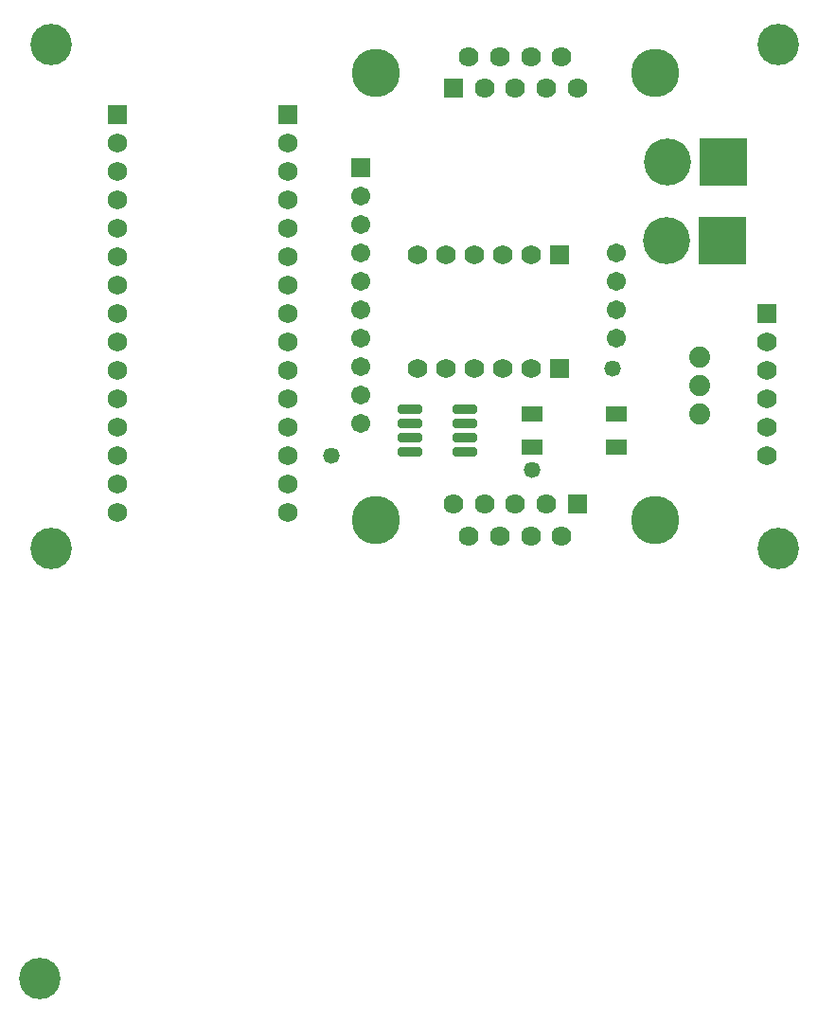
<source format=gts>
G04*
G04 #@! TF.GenerationSoftware,Altium Limited,Altium Designer,22.8.2 (66)*
G04*
G04 Layer_Color=8388736*
%FSLAX42Y42*%
%MOMM*%
G71*
G04*
G04 #@! TF.SameCoordinates,4D0E1578-71B7-4E3A-80EC-8B728BAD2CF4*
G04*
G04*
G04 #@! TF.FilePolarity,Negative*
G04*
G01*
G75*
G04:AMPARAMS|DCode=16|XSize=2.17mm|YSize=0.8mm|CornerRadius=0.18mm|HoleSize=0mm|Usage=FLASHONLY|Rotation=0.000|XOffset=0mm|YOffset=0mm|HoleType=Round|Shape=RoundedRectangle|*
%AMROUNDEDRECTD16*
21,1,2.17,0.45,0,0,0.0*
21,1,1.82,0.80,0,0,0.0*
1,1,0.35,0.91,-0.23*
1,1,0.35,-0.91,-0.23*
1,1,0.35,-0.91,0.23*
1,1,0.35,0.91,0.23*
%
%ADD16ROUNDEDRECTD16*%
%ADD17R,1.97X1.33*%
%ADD18C,4.32*%
%ADD19R,1.78X1.78*%
%ADD20C,1.78*%
%ADD21R,1.71X1.71*%
%ADD22C,1.71*%
%ADD23C,1.73*%
%ADD24R,1.73X1.73*%
%ADD25R,1.76X1.76*%
%ADD26C,1.76*%
%ADD27C,4.20*%
%ADD28R,4.20X4.20*%
%ADD29C,3.70*%
%ADD30R,1.76X1.76*%
%ADD31C,1.88*%
%ADD32C,1.47*%
D16*
X3453Y1490D02*
D03*
Y1364D02*
D03*
Y1236D02*
D03*
Y1110D02*
D03*
X3947D02*
D03*
Y1236D02*
D03*
Y1364D02*
D03*
Y1490D02*
D03*
D17*
X4550Y1447D02*
D03*
Y1153D02*
D03*
X5300Y1447D02*
D03*
Y1153D02*
D03*
D18*
X5649Y500D02*
D03*
X3150D02*
D03*
X5649Y4500D02*
D03*
X3150D02*
D03*
D19*
X4954Y642D02*
D03*
X3846Y4358D02*
D03*
D20*
X4815Y358D02*
D03*
X4677Y642D02*
D03*
X4538Y358D02*
D03*
X4400Y642D02*
D03*
X4262Y358D02*
D03*
X4123Y642D02*
D03*
X3985Y358D02*
D03*
X3846Y642D02*
D03*
X4954Y4358D02*
D03*
X4815Y4642D02*
D03*
X4677Y4358D02*
D03*
X4538Y4642D02*
D03*
X4400Y4358D02*
D03*
X4262Y4642D02*
D03*
X4123Y4358D02*
D03*
X3985Y4642D02*
D03*
D21*
X3014Y3648D02*
D03*
D22*
Y3140D02*
D03*
Y2886D02*
D03*
Y2632D02*
D03*
Y2378D02*
D03*
Y2124D02*
D03*
Y1870D02*
D03*
Y1616D02*
D03*
Y1362D02*
D03*
Y3394D02*
D03*
X5300Y2886D02*
D03*
Y2632D02*
D03*
Y2378D02*
D03*
Y2124D02*
D03*
D23*
X838Y566D02*
D03*
Y819D02*
D03*
Y1073D02*
D03*
Y1327D02*
D03*
Y1581D02*
D03*
Y1835D02*
D03*
Y2090D02*
D03*
Y2343D02*
D03*
Y2598D02*
D03*
Y2851D02*
D03*
Y3106D02*
D03*
Y3360D02*
D03*
Y3613D02*
D03*
Y3867D02*
D03*
X2362Y566D02*
D03*
Y819D02*
D03*
Y1073D02*
D03*
Y1327D02*
D03*
Y1581D02*
D03*
Y1835D02*
D03*
Y2090D02*
D03*
Y2343D02*
D03*
Y2598D02*
D03*
Y2851D02*
D03*
Y3106D02*
D03*
Y3360D02*
D03*
Y3613D02*
D03*
Y3867D02*
D03*
D24*
X838Y4122D02*
D03*
X2362D02*
D03*
D25*
X4795Y2871D02*
D03*
Y1855D02*
D03*
D26*
X4287Y2871D02*
D03*
X4033D02*
D03*
X3779D02*
D03*
X3525D02*
D03*
X4541D02*
D03*
Y1855D02*
D03*
X4287D02*
D03*
X4033D02*
D03*
X3779D02*
D03*
X3525D02*
D03*
X6650Y1080D02*
D03*
Y1334D02*
D03*
Y1588D02*
D03*
Y1842D02*
D03*
Y2096D02*
D03*
D27*
X5760Y3700D02*
D03*
X5750Y3000D02*
D03*
D28*
X6260Y3700D02*
D03*
X6250Y3000D02*
D03*
D29*
X250Y250D02*
D03*
X6750D02*
D03*
Y4750D02*
D03*
X250D02*
D03*
X150Y-3600D02*
D03*
D30*
X6650Y2350D02*
D03*
D31*
X6050Y1954D02*
D03*
Y1446D02*
D03*
Y1700D02*
D03*
D32*
X5270Y1860D02*
D03*
X2750Y1080D02*
D03*
X4550Y950D02*
D03*
M02*

</source>
